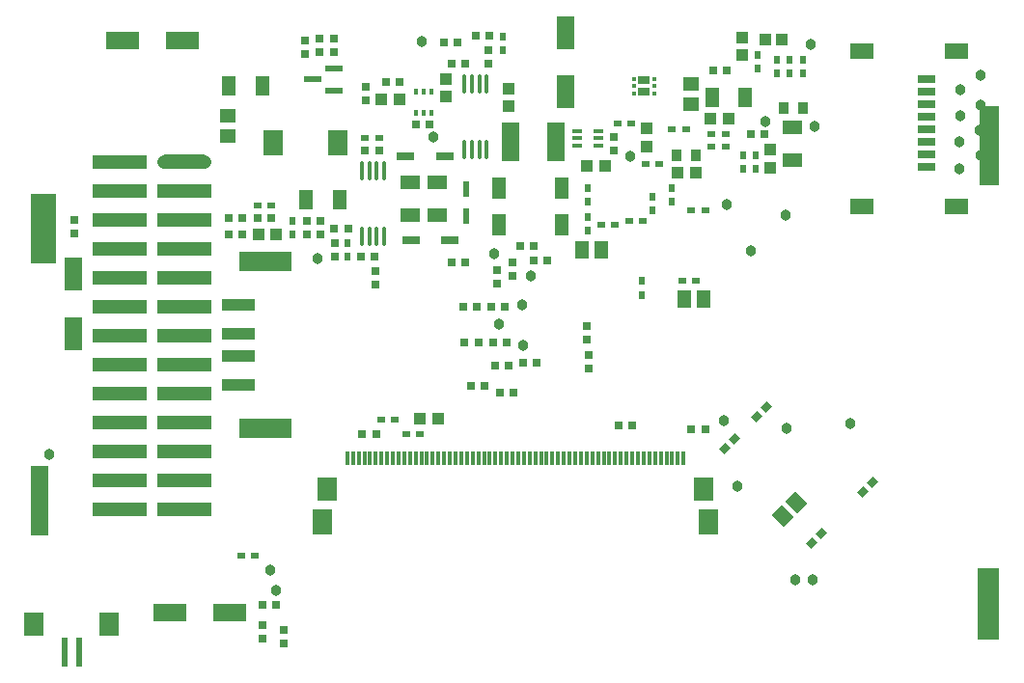
<source format=gbp>
%FSLAX25Y25*%
%MOIN*%
G70*
G01*
G75*
G04 Layer_Color=128*
%ADD10C,0.00500*%
%ADD11C,0.03000*%
%ADD12C,0.02000*%
%ADD13C,0.01000*%
%ADD14C,0.00800*%
%ADD15C,0.01500*%
%ADD16C,0.00700*%
%ADD17C,0.01200*%
%ADD18C,0.05000*%
%ADD19C,0.02200*%
%ADD20C,0.00600*%
%ADD21C,0.01400*%
%ADD22C,0.01800*%
%ADD23C,0.04000*%
%ADD24C,0.02500*%
%ADD25R,0.02362X0.03150*%
%ADD26R,0.09055X0.09055*%
%ADD27R,0.06299X0.03347*%
%ADD28P,0.05568X4X180.0*%
%ADD29R,0.03937X0.04331*%
%ADD30R,0.03150X0.02362*%
%ADD31R,0.03150X0.02756*%
%ADD32R,0.05118X0.07087*%
%ADD33O,0.06693X0.01378*%
%ADD34R,0.02756X0.03150*%
%ADD35R,0.03937X0.03937*%
%ADD36R,0.10236X0.10236*%
%ADD37O,0.00984X0.03150*%
%ADD38O,0.03150X0.00984*%
%ADD39R,0.09449X0.07874*%
G04:AMPARAMS|DCode=40|XSize=23.62mil|YSize=31.5mil|CornerRadius=0mil|HoleSize=0mil|Usage=FLASHONLY|Rotation=135.000|XOffset=0mil|YOffset=0mil|HoleType=Round|Shape=Rectangle|*
%AMROTATEDRECTD40*
4,1,4,0.01949,0.00278,-0.00278,-0.01949,-0.01949,-0.00278,0.00278,0.01949,0.01949,0.00278,0.0*
%
%ADD40ROTATEDRECTD40*%

G04:AMPARAMS|DCode=41|XSize=23.62mil|YSize=31.5mil|CornerRadius=0mil|HoleSize=0mil|Usage=FLASHONLY|Rotation=225.000|XOffset=0mil|YOffset=0mil|HoleType=Round|Shape=Rectangle|*
%AMROTATEDRECTD41*
4,1,4,-0.00278,0.01949,0.01949,-0.00278,0.00278,-0.01949,-0.01949,0.00278,-0.00278,0.01949,0.0*
%
%ADD41ROTATEDRECTD41*%

%ADD42R,0.05512X0.07284*%
%ADD43R,0.02756X0.01496*%
G04:AMPARAMS|DCode=44|XSize=27.56mil|YSize=31.5mil|CornerRadius=0mil|HoleSize=0mil|Usage=FLASHONLY|Rotation=135.000|XOffset=0mil|YOffset=0mil|HoleType=Round|Shape=Rectangle|*
%AMROTATEDRECTD44*
4,1,4,0.02088,0.00139,-0.00139,-0.02088,-0.02088,-0.00139,0.00139,0.02088,0.02088,0.00139,0.0*
%
%ADD44ROTATEDRECTD44*%

%ADD45C,0.03800*%
G04:AMPARAMS|DCode=46|XSize=15.75mil|YSize=45.28mil|CornerRadius=0mil|HoleSize=0mil|Usage=FLASHONLY|Rotation=225.000|XOffset=0mil|YOffset=0mil|HoleType=Round|Shape=Round|*
%AMOVALD46*
21,1,0.02953,0.01575,0.00000,0.00000,315.0*
1,1,0.01575,-0.01044,0.01044*
1,1,0.01575,0.01044,-0.01044*
%
%ADD46OVALD46*%

G04:AMPARAMS|DCode=47|XSize=27.56mil|YSize=31.5mil|CornerRadius=0mil|HoleSize=0mil|Usage=FLASHONLY|Rotation=225.000|XOffset=0mil|YOffset=0mil|HoleType=Round|Shape=Rectangle|*
%AMROTATEDRECTD47*
4,1,4,-0.00139,0.02088,0.02088,-0.00139,0.00139,-0.02088,-0.02088,0.00139,-0.00139,0.02088,0.0*
%
%ADD47ROTATEDRECTD47*%

%ADD48R,0.01969X0.00984*%
G04:AMPARAMS|DCode=49|XSize=9.84mil|YSize=19.69mil|CornerRadius=0mil|HoleSize=0mil|Usage=FLASHONLY|Rotation=225.000|XOffset=0mil|YOffset=0mil|HoleType=Round|Shape=Rectangle|*
%AMROTATEDRECTD49*
4,1,4,-0.00348,0.01044,0.01044,-0.00348,0.00348,-0.01044,-0.01044,0.00348,-0.00348,0.01044,0.0*
%
%ADD49ROTATEDRECTD49*%

%ADD50R,0.00984X0.01969*%
G04:AMPARAMS|DCode=51|XSize=59.06mil|YSize=51.18mil|CornerRadius=0mil|HoleSize=0mil|Usage=FLASHONLY|Rotation=45.000|XOffset=0mil|YOffset=0mil|HoleType=Round|Shape=Rectangle|*
%AMROTATEDRECTD51*
4,1,4,-0.00278,-0.03897,-0.03897,-0.00278,0.00278,0.03897,0.03897,0.00278,-0.00278,-0.03897,0.0*
%
%ADD51ROTATEDRECTD51*%

%ADD52R,0.03543X0.03937*%
%ADD53R,0.03937X0.03937*%
%ADD54R,0.07087X0.05118*%
%ADD55R,0.05118X0.05906*%
%ADD56R,0.01378X0.02756*%
%ADD57R,0.05118X0.03543*%
%ADD58O,0.02953X0.07087*%
%ADD59R,0.02362X0.07087*%
G04:AMPARAMS|DCode=60|XSize=55.12mil|YSize=59.06mil|CornerRadius=0mil|HoleSize=0mil|Usage=FLASHONLY|Rotation=135.000|XOffset=0mil|YOffset=0mil|HoleType=Round|Shape=Rectangle|*
%AMROTATEDRECTD60*
4,1,4,0.04037,0.00139,-0.00139,-0.04037,-0.04037,-0.00139,0.00139,0.04037,0.04037,0.00139,0.0*
%
%ADD60ROTATEDRECTD60*%

%ADD61R,0.05512X0.04724*%
%ADD62C,0.01496*%
%ADD63R,0.01575X0.01378*%
%ADD64R,0.01378X0.01575*%
%ADD65R,0.04331X0.03937*%
%ADD66R,0.05906X0.05512*%
%ADD67O,0.01181X0.07087*%
%ADD68O,0.07087X0.01181*%
%ADD69R,0.04724X0.07874*%
%ADD70R,0.06299X0.01181*%
%ADD71R,0.03150X0.06299*%
%ADD72R,0.10630X0.05118*%
%ADD73R,0.06299X0.13386*%
%ADD74R,0.04331X0.02559*%
%ADD75R,0.05906X0.05118*%
%ADD76R,0.04724X0.05512*%
%ADD77R,0.05906X0.02362*%
%ADD78R,0.10000X0.05000*%
%ADD79R,0.03347X0.06299*%
%ADD80R,0.11024X0.08661*%
%ADD81R,0.11024X0.11024*%
%ADD82R,0.11024X0.11024*%
%ADD83R,0.10236X0.07874*%
%ADD84R,0.02362X0.03543*%
%ADD85R,0.03543X0.02362*%
%ADD86R,0.04400X0.11300*%
%ADD87R,0.07087X0.18110*%
%ADD88R,0.02165X0.05709*%
%ADD89R,0.10400X0.10600*%
%ADD90R,0.08500X0.10400*%
%ADD91R,0.08800X0.10500*%
%ADD92C,0.03937*%
%ADD93R,0.05906X0.05906*%
%ADD94C,0.05906*%
%ADD95C,0.06000*%
%ADD96C,0.07000*%
%ADD97C,0.07874*%
%ADD98C,0.08661*%
%ADD99C,0.07087*%
%ADD100R,0.05906X0.05906*%
%ADD101C,0.15748*%
%ADD102P,0.08352X4X360.0*%
%ADD103C,0.03150*%
%ADD104C,0.05000*%
%ADD105C,0.06693*%
%ADD106C,0.04724*%
%ADD107C,0.02000*%
%ADD108C,0.03000*%
%ADD109C,0.01800*%
%ADD110C,0.02500*%
%ADD111C,0.02598*%
%ADD112C,0.02300*%
%ADD113C,0.00787*%
%ADD114C,0.04400*%
%ADD115R,0.11600X0.03000*%
%ADD116R,0.02600X0.03000*%
%ADD117C,0.04359*%
%ADD118C,0.05816*%
%ADD119C,0.05343*%
%ADD120C,0.05300*%
%ADD121C,0.10068*%
%ADD122C,0.07706*%
%ADD123C,0.05343*%
%ADD124C,0.06524*%
%ADD125C,0.06800*%
%ADD126C,0.08493*%
%ADD127C,0.06918*%
%ADD128C,0.02800*%
%ADD129C,0.03300*%
%ADD130C,0.02600*%
%ADD131C,0.00400*%
%ADD132R,0.02700X0.03000*%
%ADD133R,0.11500X0.03000*%
%ADD134C,0.03099*%
%ADD135C,0.03099*%
%ADD136C,0.02400*%
%ADD137R,0.06693X0.08661*%
%ADD138R,0.18701X0.05000*%
%ADD139O,0.18701X0.05000*%
G04:AMPARAMS|DCode=140|XSize=59.06mil|YSize=51.18mil|CornerRadius=0mil|HoleSize=0mil|Usage=FLASHONLY|Rotation=315.000|XOffset=0mil|YOffset=0mil|HoleType=Round|Shape=Rectangle|*
%AMROTATEDRECTD140*
4,1,4,-0.03897,0.00278,-0.00278,0.03897,0.03897,-0.00278,0.00278,-0.03897,-0.03897,0.00278,0.0*
%
%ADD140ROTATEDRECTD140*%

%ADD141R,0.07874X0.05709*%
%ADD142R,0.05906X0.03150*%
%ADD143R,0.01654X0.01654*%
%ADD144R,0.03937X0.03150*%
%ADD145R,0.05118X0.07480*%
%ADD146R,0.18110X0.07087*%
%ADD147R,0.11300X0.04400*%
%ADD148O,0.01378X0.06693*%
%ADD149R,0.01575X0.01969*%
%ADD150R,0.03347X0.01575*%
%ADD151R,0.06299X0.03150*%
%ADD152R,0.01181X0.05118*%
%ADD153R,0.07087X0.08661*%
%ADD154R,0.07087X0.07874*%
%ADD155R,0.06299X0.11811*%
%ADD156R,0.11811X0.06299*%
%ADD157R,0.01969X0.09843*%
%ADD158R,0.06693X0.07874*%
%ADD159R,0.23700X0.08500*%
%ADD160R,0.52500X0.10600*%
%ADD161O,0.03937X0.09843*%
%ADD162R,0.03937X0.09843*%
%ADD163C,0.00984*%
%ADD164C,0.02362*%
%ADD165C,0.00394*%
%ADD166R,0.07874X0.04724*%
%ADD167R,0.08500X0.24000*%
%ADD168R,0.07500X0.28000*%
%ADD169R,0.07500X0.25200*%
%ADD170R,0.04921X0.01181*%
%ADD171R,0.04921X0.01378*%
%ADD172R,0.01378X0.01181*%
%ADD173R,0.01181X0.01378*%
%ADD174R,0.02264X0.03445*%
%ADD175R,0.03445X0.02264*%
%ADD176R,0.15200X0.14100*%
%ADD177R,0.09000X0.09500*%
%ADD178R,0.17795X0.13307*%
%ADD179R,0.09000X0.75100*%
%ADD180R,0.13200X0.15300*%
%ADD181R,0.10100X1.05300*%
%ADD182R,0.10100X0.23300*%
%ADD183R,0.12300X0.11600*%
%ADD184R,0.57800X0.07000*%
%ADD185R,0.49200X0.07000*%
%ADD186R,0.07000X0.79000*%
%ADD187R,0.18898X0.39764*%
%ADD188R,0.16929X0.26772*%
%ADD189R,0.02992X0.03780*%
%ADD190R,0.09685X0.09685*%
%ADD191R,0.06929X0.03976*%
%ADD192P,0.06459X4X180.0*%
%ADD193R,0.04567X0.04961*%
%ADD194R,0.03780X0.02992*%
%ADD195R,0.03780X0.03386*%
%ADD196R,0.05748X0.07717*%
%ADD197O,0.07323X0.02008*%
%ADD198R,0.03386X0.03780*%
%ADD199R,0.04567X0.04567*%
%ADD200R,0.10866X0.10866*%
%ADD201O,0.01614X0.03780*%
%ADD202O,0.03780X0.01614*%
%ADD203R,0.10079X0.08504*%
G04:AMPARAMS|DCode=204|XSize=29.92mil|YSize=37.8mil|CornerRadius=0mil|HoleSize=0mil|Usage=FLASHONLY|Rotation=135.000|XOffset=0mil|YOffset=0mil|HoleType=Round|Shape=Rectangle|*
%AMROTATEDRECTD204*
4,1,4,0.02394,0.00278,-0.00278,-0.02394,-0.02394,-0.00278,0.00278,0.02394,0.02394,0.00278,0.0*
%
%ADD204ROTATEDRECTD204*%

G04:AMPARAMS|DCode=205|XSize=29.92mil|YSize=37.8mil|CornerRadius=0mil|HoleSize=0mil|Usage=FLASHONLY|Rotation=225.000|XOffset=0mil|YOffset=0mil|HoleType=Round|Shape=Rectangle|*
%AMROTATEDRECTD205*
4,1,4,-0.00278,0.02394,0.02394,-0.00278,0.00278,-0.02394,-0.02394,0.00278,-0.00278,0.02394,0.0*
%
%ADD205ROTATEDRECTD205*%

%ADD206R,0.05669X0.07441*%
%ADD207R,0.03347X0.02087*%
G04:AMPARAMS|DCode=208|XSize=33.86mil|YSize=37.8mil|CornerRadius=0mil|HoleSize=0mil|Usage=FLASHONLY|Rotation=135.000|XOffset=0mil|YOffset=0mil|HoleType=Round|Shape=Rectangle|*
%AMROTATEDRECTD208*
4,1,4,0.02533,0.00139,-0.00139,-0.02533,-0.02533,-0.00139,0.00139,0.02533,0.02533,0.00139,0.0*
%
%ADD208ROTATEDRECTD208*%

%ADD209C,0.04430*%
G04:AMPARAMS|DCode=210|XSize=22.05mil|YSize=51.58mil|CornerRadius=0mil|HoleSize=0mil|Usage=FLASHONLY|Rotation=225.000|XOffset=0mil|YOffset=0mil|HoleType=Round|Shape=Round|*
%AMOVALD210*
21,1,0.02953,0.02205,0.00000,0.00000,315.0*
1,1,0.02205,-0.01044,0.01044*
1,1,0.02205,0.01044,-0.01044*
%
%ADD210OVALD210*%

G04:AMPARAMS|DCode=211|XSize=33.86mil|YSize=37.8mil|CornerRadius=0mil|HoleSize=0mil|Usage=FLASHONLY|Rotation=225.000|XOffset=0mil|YOffset=0mil|HoleType=Round|Shape=Rectangle|*
%AMROTATEDRECTD211*
4,1,4,-0.00139,0.02533,0.02533,-0.00139,0.00139,-0.02533,-0.02533,0.00139,-0.00139,0.02533,0.0*
%
%ADD211ROTATEDRECTD211*%

%ADD212R,0.02598X0.01614*%
G04:AMPARAMS|DCode=213|XSize=16.14mil|YSize=25.98mil|CornerRadius=0mil|HoleSize=0mil|Usage=FLASHONLY|Rotation=225.000|XOffset=0mil|YOffset=0mil|HoleType=Round|Shape=Rectangle|*
%AMROTATEDRECTD213*
4,1,4,-0.00348,0.01489,0.01489,-0.00348,0.00348,-0.01489,-0.01489,0.00348,-0.00348,0.01489,0.0*
%
%ADD213ROTATEDRECTD213*%

%ADD214R,0.01614X0.02598*%
G04:AMPARAMS|DCode=215|XSize=65.35mil|YSize=57.48mil|CornerRadius=0mil|HoleSize=0mil|Usage=FLASHONLY|Rotation=45.000|XOffset=0mil|YOffset=0mil|HoleType=Round|Shape=Rectangle|*
%AMROTATEDRECTD215*
4,1,4,-0.00278,-0.04343,-0.04343,-0.00278,0.00278,0.04343,0.04343,0.00278,-0.00278,-0.04343,0.0*
%
%ADD215ROTATEDRECTD215*%

%ADD216R,0.04173X0.04567*%
%ADD217R,0.04567X0.04567*%
%ADD218R,0.07717X0.05748*%
%ADD219R,0.05748X0.06535*%
%ADD220R,0.02008X0.03386*%
%ADD221R,0.05748X0.04173*%
%ADD222O,0.03583X0.07717*%
%ADD223R,0.02992X0.07717*%
G04:AMPARAMS|DCode=224|XSize=61.42mil|YSize=65.35mil|CornerRadius=0mil|HoleSize=0mil|Usage=FLASHONLY|Rotation=135.000|XOffset=0mil|YOffset=0mil|HoleType=Round|Shape=Rectangle|*
%AMROTATEDRECTD224*
4,1,4,0.04482,0.00139,-0.00139,-0.04482,-0.04482,-0.00139,0.00139,0.04482,0.04482,0.00139,0.0*
%
%ADD224ROTATEDRECTD224*%

%ADD225R,0.06142X0.05354*%
%ADD226C,0.02087*%
%ADD227R,0.02126X0.01929*%
%ADD228R,0.01929X0.02126*%
%ADD229R,0.04961X0.04567*%
%ADD230R,0.06535X0.06142*%
%ADD231O,0.01811X0.07717*%
%ADD232O,0.07717X0.01811*%
%ADD233R,0.05354X0.08504*%
%ADD234R,0.06929X0.01811*%
%ADD235R,0.03780X0.06929*%
%ADD236R,0.11260X0.05748*%
%ADD237R,0.06929X0.14016*%
%ADD238R,0.04961X0.03189*%
%ADD239R,0.06535X0.05748*%
%ADD240R,0.05354X0.06142*%
%ADD241R,0.06535X0.02992*%
%ADD242R,0.10630X0.05630*%
%ADD243R,0.03976X0.06929*%
%ADD244R,0.11654X0.09291*%
%ADD245R,0.11654X0.11654*%
%ADD246R,0.11654X0.11654*%
%ADD247R,0.10630X0.08268*%
%ADD248R,0.02756X0.03937*%
%ADD249R,0.03937X0.02756*%
%ADD250R,0.05030X0.11930*%
%ADD251R,0.07717X0.18740*%
%ADD252R,0.02795X0.06339*%
%ADD253C,0.04488*%
%ADD254R,0.04488X0.04488*%
%ADD255R,0.06457X0.06457*%
%ADD256C,0.06457*%
%ADD257C,0.06630*%
%ADD258C,0.07630*%
%ADD259C,0.08425*%
%ADD260C,0.09291*%
%ADD261C,0.07717*%
%ADD262R,0.06535X0.06535*%
%ADD263C,0.06535*%
%ADD264C,0.04567*%
%ADD265C,0.16378*%
%ADD266P,0.09242X4X360.0*%
%ADD267C,0.03780*%
%ADD268C,0.05591*%
%ADD269C,0.07323*%
%ADD270C,0.05118*%
%ADD271C,0.03228*%
%ADD272C,0.01600*%
%ADD273C,0.02100*%
%ADD274R,0.17400X0.14500*%
%ADD275R,0.19095X0.14961*%
%ADD276R,0.07500X1.10500*%
%ADD277R,1.47500X0.04900*%
%ADD278R,0.44200X0.06800*%
%ADD279R,0.16200X0.15300*%
%ADD280R,0.08900X1.28000*%
%ADD281R,0.14400X0.12600*%
%ADD282R,0.83200X0.06800*%
%ADD283R,0.18504X0.24016*%
%ADD284R,0.21260X0.50713*%
%ADD285R,0.07244X0.09213*%
%ADD286R,0.19331X0.05630*%
%ADD287O,0.19331X0.05630*%
G04:AMPARAMS|DCode=288|XSize=65.35mil|YSize=57.48mil|CornerRadius=0mil|HoleSize=0mil|Usage=FLASHONLY|Rotation=315.000|XOffset=0mil|YOffset=0mil|HoleType=Round|Shape=Rectangle|*
%AMROTATEDRECTD288*
4,1,4,-0.04343,0.00278,-0.00278,0.04343,0.04343,-0.00278,0.00278,-0.04343,-0.04343,0.00278,0.0*
%
%ADD288ROTATEDRECTD288*%

%ADD289R,0.08425X0.06260*%
%ADD290R,0.06457X0.03701*%
%ADD291R,0.02205X0.02205*%
%ADD292R,0.04488X0.03701*%
%ADD293R,0.05709X0.08071*%
%ADD294R,0.18740X0.07717*%
%ADD295R,0.11930X0.05030*%
%ADD296O,0.02008X0.07323*%
%ADD297R,0.02126X0.02520*%
%ADD298R,0.03976X0.02205*%
%ADD299R,0.06929X0.03780*%
%ADD300R,0.00984X0.04921*%
%ADD301R,0.07717X0.09291*%
%ADD302R,0.07717X0.08504*%
%ADD303R,0.06929X0.12441*%
%ADD304R,0.12441X0.06929*%
%ADD305R,0.02520X0.10394*%
%ADD306R,0.07244X0.08425*%
%ADD307O,0.04488X0.10394*%
%ADD308R,0.04488X0.10394*%
%ADD309C,0.02400*%
%ADD310R,0.07000X0.27500*%
%ADD311R,0.07500X0.24600*%
%ADD312R,0.06000X0.24000*%
D25*
X254000Y215138D02*
D03*
Y219862D02*
D03*
X253248Y185374D02*
D03*
Y180650D02*
D03*
X248917Y185374D02*
D03*
Y180650D02*
D03*
X269500Y213638D02*
D03*
Y218362D02*
D03*
X265000Y213638D02*
D03*
Y218362D02*
D03*
X260500Y213638D02*
D03*
Y218362D02*
D03*
X214075Y141831D02*
D03*
Y137106D02*
D03*
X195276Y159193D02*
D03*
Y163917D02*
D03*
Y173858D02*
D03*
Y169134D02*
D03*
X224410Y169138D02*
D03*
Y173862D02*
D03*
X217717Y171004D02*
D03*
Y166279D02*
D03*
X93200Y157838D02*
D03*
Y162562D02*
D03*
X112300Y150138D02*
D03*
Y154862D02*
D03*
X166100Y226362D02*
D03*
Y221638D02*
D03*
D29*
X248500Y220047D02*
D03*
Y225953D02*
D03*
X146300Y205747D02*
D03*
Y211653D02*
D03*
X168100Y208153D02*
D03*
Y202247D02*
D03*
D30*
X214362Y162600D02*
D03*
X209638D02*
D03*
X123938Y94000D02*
D03*
X128662D02*
D03*
X80362Y47100D02*
D03*
X75638D02*
D03*
X235827Y166378D02*
D03*
X231102D02*
D03*
X232600Y141969D02*
D03*
X227876D02*
D03*
X204626Y161260D02*
D03*
X199902D02*
D03*
X229134Y194232D02*
D03*
X224409D02*
D03*
X238091Y192756D02*
D03*
X242815D02*
D03*
X238091Y188425D02*
D03*
X242815D02*
D03*
X219882Y182421D02*
D03*
X215158D02*
D03*
X132677Y88878D02*
D03*
X137402D02*
D03*
X81238Y168100D02*
D03*
X85962D02*
D03*
X118438Y191200D02*
D03*
X123162D02*
D03*
X210262Y196300D02*
D03*
X205538D02*
D03*
D31*
X256362Y192500D02*
D03*
X251638D02*
D03*
X235827Y90650D02*
D03*
X231102D02*
D03*
X238538Y214600D02*
D03*
X243262D02*
D03*
X176662Y153800D02*
D03*
X171938D02*
D03*
X181362Y149000D02*
D03*
X176638D02*
D03*
X166662Y133100D02*
D03*
X161938D02*
D03*
X156862D02*
D03*
X152138D02*
D03*
X157462Y120500D02*
D03*
X152738D02*
D03*
X167262D02*
D03*
X162538D02*
D03*
X177762Y113700D02*
D03*
X173038D02*
D03*
X164938Y103300D02*
D03*
X169662D02*
D03*
X155038Y105500D02*
D03*
X159762D02*
D03*
X167862Y112500D02*
D03*
X163138D02*
D03*
X210630Y91831D02*
D03*
X205906D02*
D03*
X117421Y89075D02*
D03*
X122146D02*
D03*
X102962Y157800D02*
D03*
X98238D02*
D03*
X102962Y162700D02*
D03*
X98238D02*
D03*
X81138Y163600D02*
D03*
X85862D02*
D03*
X71138Y158100D02*
D03*
X75862D02*
D03*
X76062Y163600D02*
D03*
X71338D02*
D03*
X121762Y150400D02*
D03*
X117038D02*
D03*
X112462Y160000D02*
D03*
X107738D02*
D03*
X123162Y186800D02*
D03*
X118438D02*
D03*
X130362Y210500D02*
D03*
X125638Y210500D02*
D03*
X148238Y148300D02*
D03*
X152962D02*
D03*
X140565Y196000D02*
D03*
X135841D02*
D03*
X152862Y217000D02*
D03*
X148138Y217000D02*
D03*
X156538Y226500D02*
D03*
X161262D02*
D03*
X145538Y224300D02*
D03*
X150262D02*
D03*
X83038Y30000D02*
D03*
X87762D02*
D03*
D32*
X82809Y209400D02*
D03*
X71391D02*
D03*
X238287Y205354D02*
D03*
X249705D02*
D03*
X98091Y169900D02*
D03*
X109509D02*
D03*
D34*
X82900Y22962D02*
D03*
Y18238D02*
D03*
X18000Y162862D02*
D03*
Y158138D02*
D03*
X107600Y225562D02*
D03*
Y220838D02*
D03*
X97500Y220138D02*
D03*
Y224862D02*
D03*
X102700Y225562D02*
D03*
Y220838D02*
D03*
X194800Y121538D02*
D03*
Y126262D02*
D03*
X195600Y111638D02*
D03*
Y116362D02*
D03*
X90200Y21362D02*
D03*
Y16638D02*
D03*
X107800Y150138D02*
D03*
Y154862D02*
D03*
X160900Y221562D02*
D03*
X160900Y216838D02*
D03*
X118500Y204138D02*
D03*
Y208862D02*
D03*
X204400Y187038D02*
D03*
Y191762D02*
D03*
X122000Y145362D02*
D03*
Y140638D02*
D03*
X164000Y145562D02*
D03*
Y140838D02*
D03*
X169200Y148362D02*
D03*
X169200Y143638D02*
D03*
D35*
X258366Y187343D02*
D03*
Y181043D02*
D03*
X215551Y188327D02*
D03*
Y194626D02*
D03*
D40*
X272641Y51322D02*
D03*
X275981Y54663D02*
D03*
X293698Y72379D02*
D03*
X290357Y69038D02*
D03*
X246060Y87340D02*
D03*
X242719Y83999D02*
D03*
X257084Y98363D02*
D03*
X253743Y95023D02*
D03*
D45*
X138000Y224500D02*
D03*
X247000Y71000D02*
D03*
X87500Y35000D02*
D03*
X102000Y149500D02*
D03*
X172500Y133500D02*
D03*
X242200Y93700D02*
D03*
X9200Y81900D02*
D03*
X85500Y42100D02*
D03*
X263800Y91000D02*
D03*
X285800Y92500D02*
D03*
X323600Y180500D02*
D03*
X330800Y185300D02*
D03*
X323600Y190100D02*
D03*
X330700Y194100D02*
D03*
X323800Y198900D02*
D03*
X330800Y202700D02*
D03*
X323800Y207800D02*
D03*
X330900Y212900D02*
D03*
X263510Y164724D02*
D03*
X273500Y195200D02*
D03*
X256700Y197100D02*
D03*
X272400Y223600D02*
D03*
X142100Y191600D02*
D03*
X243200Y168200D02*
D03*
X251600Y152300D02*
D03*
X209900Y184800D02*
D03*
X175500Y143500D02*
D03*
X164500Y127000D02*
D03*
X173000Y119500D02*
D03*
X272900Y38500D02*
D03*
X267000D02*
D03*
X163100Y151400D02*
D03*
D52*
X269685Y201516D02*
D03*
X262992D02*
D03*
X232776Y185276D02*
D03*
X226083D02*
D03*
D53*
X232579Y179370D02*
D03*
X226279D02*
D03*
X237697Y197874D02*
D03*
X243996D02*
D03*
X143450Y94200D02*
D03*
X137150D02*
D03*
X194950Y181578D02*
D03*
X201250D02*
D03*
X123850Y204500D02*
D03*
X130150D02*
D03*
D54*
X265846Y195020D02*
D03*
Y183602D02*
D03*
X134100Y176109D02*
D03*
Y164691D02*
D03*
X143400Y176109D02*
D03*
Y164691D02*
D03*
D55*
X235236Y135669D02*
D03*
X228543D02*
D03*
X199902Y152461D02*
D03*
X193209D02*
D03*
D61*
X70800Y198943D02*
D03*
Y191857D02*
D03*
X230906Y202894D02*
D03*
Y209980D02*
D03*
D65*
X262353Y225200D02*
D03*
X256447D02*
D03*
X81647Y158100D02*
D03*
X87553D02*
D03*
D73*
X168626Y189900D02*
D03*
X184374D02*
D03*
D77*
X100260Y211500D02*
D03*
X107740Y207760D02*
D03*
Y215240D02*
D03*
D88*
X153300Y164274D02*
D03*
Y173526D02*
D03*
D137*
X86606Y189500D02*
D03*
X109047D02*
D03*
D138*
X33618Y183071D02*
D03*
Y173071D02*
D03*
X55905D02*
D03*
Y163071D02*
D03*
Y153071D02*
D03*
Y143071D02*
D03*
Y133071D02*
D03*
Y123071D02*
D03*
Y113071D02*
D03*
Y103071D02*
D03*
Y93071D02*
D03*
Y83071D02*
D03*
Y73071D02*
D03*
Y63071D02*
D03*
X33618Y163071D02*
D03*
Y153071D02*
D03*
Y143071D02*
D03*
Y133071D02*
D03*
Y123071D02*
D03*
Y113071D02*
D03*
Y103071D02*
D03*
Y93071D02*
D03*
Y83071D02*
D03*
Y73071D02*
D03*
Y63071D02*
D03*
D139*
X55905Y183071D02*
D03*
D140*
X267229Y65201D02*
D03*
X262496Y60468D02*
D03*
D141*
X289959Y221172D02*
D03*
Y167628D02*
D03*
X322636Y221172D02*
D03*
Y167628D02*
D03*
D142*
X312400Y181408D02*
D03*
Y185739D02*
D03*
Y190069D02*
D03*
Y211723D02*
D03*
Y207392D02*
D03*
Y203061D02*
D03*
Y198731D02*
D03*
Y194400D02*
D03*
D143*
X218327Y206634D02*
D03*
Y209193D02*
D03*
Y211752D02*
D03*
X211122D02*
D03*
Y209193D02*
D03*
Y206634D02*
D03*
D144*
X214724Y211161D02*
D03*
Y207224D02*
D03*
D145*
X186300Y161417D02*
D03*
X164646D02*
D03*
Y174016D02*
D03*
X186300D02*
D03*
D146*
X83858Y148531D02*
D03*
Y91051D02*
D03*
D147*
X74633Y106069D02*
D03*
Y115869D02*
D03*
Y123769D02*
D03*
Y133569D02*
D03*
D148*
X117261Y179821D02*
D03*
X119820D02*
D03*
X122380D02*
D03*
X124939D02*
D03*
X117261Y157379D02*
D03*
X119820D02*
D03*
X122380D02*
D03*
X124939D02*
D03*
X160339Y187380D02*
D03*
X157780Y187380D02*
D03*
X155220Y187380D02*
D03*
X152661Y187380D02*
D03*
X160339Y209821D02*
D03*
X157780D02*
D03*
X155220D02*
D03*
X152661D02*
D03*
D149*
X136000Y207400D02*
D03*
X138559D02*
D03*
X141118D02*
D03*
Y199920D02*
D03*
X138559D02*
D03*
X136000D02*
D03*
D150*
X198940Y193759D02*
D03*
X198940Y191200D02*
D03*
X198940Y188641D02*
D03*
X191460D02*
D03*
Y191200D02*
D03*
Y193759D02*
D03*
D151*
X145793Y185100D02*
D03*
X132407Y185100D02*
D03*
X147693Y156000D02*
D03*
X134307D02*
D03*
D152*
X112208Y80709D02*
D03*
X114177D02*
D03*
X116145D02*
D03*
X118114D02*
D03*
X120082D02*
D03*
X122051D02*
D03*
X124019D02*
D03*
X125988D02*
D03*
X127956D02*
D03*
X129925D02*
D03*
X131893D02*
D03*
X133862D02*
D03*
X135830D02*
D03*
X137799D02*
D03*
X139767D02*
D03*
X141736D02*
D03*
X143704D02*
D03*
X145673D02*
D03*
X147641D02*
D03*
X149610D02*
D03*
X151578D02*
D03*
X153547D02*
D03*
X155515D02*
D03*
X157484D02*
D03*
X159452D02*
D03*
X161421D02*
D03*
X163389D02*
D03*
X165358D02*
D03*
X167326D02*
D03*
X169295D02*
D03*
X171263D02*
D03*
X173232D02*
D03*
X175200D02*
D03*
X177169D02*
D03*
X179137D02*
D03*
X181106D02*
D03*
X183074D02*
D03*
X185043D02*
D03*
X187011D02*
D03*
X188980D02*
D03*
X190948D02*
D03*
X192917D02*
D03*
X194885D02*
D03*
X196854D02*
D03*
X198822D02*
D03*
X200791D02*
D03*
X202759D02*
D03*
X204728D02*
D03*
X206697D02*
D03*
X208665D02*
D03*
X210633D02*
D03*
X212602D02*
D03*
X214570D02*
D03*
X216539D02*
D03*
X218508D02*
D03*
X220476D02*
D03*
X222445D02*
D03*
X224413D02*
D03*
X226381D02*
D03*
X228350D02*
D03*
D153*
X103744Y58465D02*
D03*
X236815D02*
D03*
D154*
X105122Y70079D02*
D03*
X235437D02*
D03*
D155*
X187500Y227636D02*
D03*
Y207164D02*
D03*
X17500Y123764D02*
D03*
Y144236D02*
D03*
D156*
X51064Y27300D02*
D03*
X71536D02*
D03*
X34764Y225000D02*
D03*
X55236D02*
D03*
D157*
X14579Y13500D02*
D03*
X19500D02*
D03*
D158*
X4047Y23343D02*
D03*
X30031D02*
D03*
D167*
X7250Y160000D02*
D03*
D310*
X334000Y188750D02*
D03*
D311*
X333750Y30300D02*
D03*
D312*
X6000Y66000D02*
D03*
M02*

</source>
